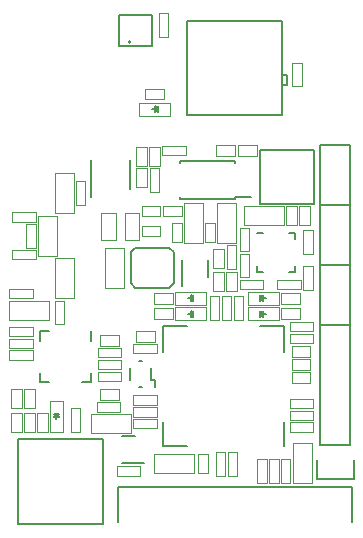
<source format=gto>
G04 #@! TF.FileFunction,Legend,Top*
%FSLAX46Y46*%
G04 Gerber Fmt 4.6, Leading zero omitted, Abs format (unit mm)*
G04 Created by KiCad (PCBNEW 4.0.2+dfsg1-stable) date Di 04 Apr 2017 02:29:59 CEST*
%MOMM*%
G01*
G04 APERTURE LIST*
%ADD10C,0.100000*%
%ADD11C,0.150000*%
%ADD12C,0.200000*%
G04 APERTURE END LIST*
D10*
D11*
X76327000Y-106680000D02*
X73850500Y-106680000D01*
X76327000Y-101600000D02*
X73850500Y-101600000D01*
X76327000Y-96520000D02*
X73850500Y-96520000D01*
D10*
X57300000Y-99450000D02*
X57300000Y-97150000D01*
X57300000Y-97150000D02*
X58500000Y-97150000D01*
X58500000Y-97150000D02*
X58500000Y-99450000D01*
X58500000Y-99450000D02*
X57300000Y-99450000D01*
D11*
X73830000Y-116830000D02*
X73830000Y-91430000D01*
X73830000Y-91430000D02*
X76370000Y-91430000D01*
X76370000Y-91430000D02*
X76370000Y-116830000D01*
X73550000Y-119650000D02*
X73550000Y-118100000D01*
X73830000Y-116830000D02*
X76370000Y-116830000D01*
X76650000Y-118100000D02*
X76650000Y-119650000D01*
X76650000Y-119650000D02*
X73550000Y-119650000D01*
D10*
X58600000Y-119400000D02*
X56600000Y-119400000D01*
X56600000Y-119400000D02*
X56600000Y-118600000D01*
X56600000Y-118600000D02*
X58600000Y-118600000D01*
X58600000Y-118600000D02*
X58600000Y-119400000D01*
D11*
X66625000Y-96025000D02*
X66625000Y-95825000D01*
X61975000Y-96025000D02*
X61975000Y-95825000D01*
X61975000Y-92775000D02*
X61975000Y-92975000D01*
X66625000Y-92775000D02*
X66625000Y-92975000D01*
X66625000Y-96025000D02*
X61975000Y-96025000D01*
X66625000Y-92775000D02*
X61975000Y-92775000D01*
X66625000Y-95825000D02*
X67975000Y-95825000D01*
D10*
X58000000Y-108250000D02*
X60000000Y-108250000D01*
X60000000Y-108250000D02*
X60000000Y-109050000D01*
X60000000Y-109050000D02*
X58000000Y-109050000D01*
X58000000Y-109050000D02*
X58000000Y-108250000D01*
D11*
X59800000Y-111300000D02*
X59800000Y-111900000D01*
X59500000Y-111300000D02*
X59800000Y-111300000D01*
X57700000Y-111300000D02*
X57700000Y-110300000D01*
X59500000Y-111300000D02*
X59500000Y-110300000D01*
X58500000Y-109700000D02*
X58700000Y-109700000D01*
X58700000Y-111900000D02*
X58500000Y-111900000D01*
D10*
X58000000Y-114600000D02*
X60000000Y-114600000D01*
X60000000Y-114600000D02*
X60000000Y-115400000D01*
X60000000Y-115400000D02*
X58000000Y-115400000D01*
X58000000Y-115400000D02*
X58000000Y-114600000D01*
X60170000Y-82250000D02*
X60170000Y-80250000D01*
X60170000Y-80250000D02*
X60970000Y-80250000D01*
X60970000Y-80250000D02*
X60970000Y-82250000D01*
X60970000Y-82250000D02*
X60170000Y-82250000D01*
D11*
X57740711Y-82675000D02*
G75*
G03X57740711Y-82675000I-70711J0D01*
G01*
D12*
X59570000Y-82900000D02*
X59570000Y-80400000D01*
X59570000Y-80400000D02*
X56770000Y-80400000D01*
X56770000Y-80400000D02*
X56770000Y-82900000D01*
X56770000Y-82900000D02*
X56770000Y-83000000D01*
X56770000Y-83000000D02*
X59570000Y-83000000D01*
X59570000Y-83000000D02*
X59570000Y-82900000D01*
D10*
X55200000Y-107500000D02*
X56800000Y-107500000D01*
X56800000Y-107500000D02*
X56800000Y-108400000D01*
X56800000Y-108400000D02*
X55200000Y-108400000D01*
X55200000Y-108400000D02*
X55200000Y-107500000D01*
X60250000Y-91550000D02*
X60250000Y-93150000D01*
X60250000Y-93150000D02*
X59350000Y-93150000D01*
X59350000Y-93150000D02*
X59350000Y-91550000D01*
X59350000Y-91550000D02*
X60250000Y-91550000D01*
X66750000Y-102150000D02*
X66750000Y-103750000D01*
X66750000Y-103750000D02*
X65850000Y-103750000D01*
X65850000Y-103750000D02*
X65850000Y-102150000D01*
X65850000Y-102150000D02*
X66750000Y-102150000D01*
X66700000Y-99900000D02*
X66700000Y-101900000D01*
X66700000Y-101900000D02*
X65900000Y-101900000D01*
X65900000Y-101900000D02*
X65900000Y-99900000D01*
X65900000Y-99900000D02*
X66700000Y-99900000D01*
D11*
X71725000Y-98875000D02*
X71725000Y-99375000D01*
X68475000Y-102125000D02*
X68475000Y-101625000D01*
X71725000Y-102125000D02*
X71725000Y-101625000D01*
X68475000Y-98875000D02*
X68975000Y-98875000D01*
X68475000Y-102125000D02*
X68975000Y-102125000D01*
X71725000Y-102125000D02*
X71225000Y-102125000D01*
X71725000Y-98875000D02*
X71225000Y-98875000D01*
D10*
X67350000Y-96600000D02*
X67350000Y-98200000D01*
X67350000Y-98200000D02*
X70750000Y-98200000D01*
X70750000Y-98200000D02*
X70750000Y-96600000D01*
X70750000Y-96600000D02*
X67350000Y-96600000D01*
D11*
X57750000Y-95125000D02*
X57750000Y-92675000D01*
X54450000Y-95850000D02*
X54450000Y-92675000D01*
D10*
X60200000Y-93350000D02*
X60200000Y-95350000D01*
X60200000Y-95350000D02*
X59400000Y-95350000D01*
X59400000Y-95350000D02*
X59400000Y-93350000D01*
X59400000Y-93350000D02*
X60200000Y-93350000D01*
X58250000Y-94950000D02*
X58250000Y-93350000D01*
X58250000Y-93350000D02*
X59150000Y-93350000D01*
X59150000Y-93350000D02*
X59150000Y-94950000D01*
X59150000Y-94950000D02*
X58250000Y-94950000D01*
X60300000Y-99150000D02*
X58700000Y-99150000D01*
X58700000Y-99150000D02*
X58700000Y-98250000D01*
X58700000Y-98250000D02*
X60300000Y-98250000D01*
X60300000Y-98250000D02*
X60300000Y-99150000D01*
D12*
X55300000Y-123500000D02*
X55400000Y-123500000D01*
X55400000Y-123500000D02*
X55400000Y-123400000D01*
X48200000Y-123400000D02*
X48200000Y-123500000D01*
X48200000Y-123500000D02*
X48300000Y-123500000D01*
X48200000Y-116400000D02*
X48200000Y-116300000D01*
X48200000Y-116300000D02*
X48300000Y-116300000D01*
X55400000Y-116400000D02*
X55400000Y-116300000D01*
X55400000Y-116300000D02*
X55300000Y-116300000D01*
X48300000Y-123500000D02*
X55300000Y-123500000D01*
X55400000Y-123400000D02*
X55400000Y-116400000D01*
X55300000Y-116300000D02*
X48300000Y-116300000D01*
X48200000Y-116400000D02*
X48200000Y-123400000D01*
D10*
X49500000Y-108600000D02*
X47500000Y-108600000D01*
X47500000Y-108600000D02*
X47500000Y-107800000D01*
X47500000Y-107800000D02*
X49500000Y-107800000D01*
X49500000Y-107800000D02*
X49500000Y-108600000D01*
X71250000Y-107400000D02*
X73250000Y-107400000D01*
X73250000Y-107400000D02*
X73250000Y-108200000D01*
X73250000Y-108200000D02*
X71250000Y-108200000D01*
X71250000Y-108200000D02*
X71250000Y-107400000D01*
X52700000Y-115700000D02*
X52700000Y-113700000D01*
X52700000Y-113700000D02*
X53500000Y-113700000D01*
X53500000Y-113700000D02*
X53500000Y-115700000D01*
X53500000Y-115700000D02*
X52700000Y-115700000D01*
X49650000Y-112100000D02*
X49650000Y-113700000D01*
X49650000Y-113700000D02*
X48750000Y-113700000D01*
X48750000Y-113700000D02*
X48750000Y-112100000D01*
X48750000Y-112100000D02*
X49650000Y-112100000D01*
X59750000Y-103950000D02*
X61350000Y-103950000D01*
X61350000Y-103950000D02*
X61350000Y-104850000D01*
X61350000Y-104850000D02*
X59750000Y-104850000D01*
X59750000Y-104850000D02*
X59750000Y-103950000D01*
X57000000Y-111400000D02*
X55000000Y-111400000D01*
X55000000Y-111400000D02*
X55000000Y-110600000D01*
X55000000Y-110600000D02*
X57000000Y-110600000D01*
X57000000Y-110600000D02*
X57000000Y-111400000D01*
X48550000Y-114100000D02*
X48550000Y-115700000D01*
X48550000Y-115700000D02*
X47650000Y-115700000D01*
X47650000Y-115700000D02*
X47650000Y-114100000D01*
X47650000Y-114100000D02*
X48550000Y-114100000D01*
X50750000Y-114100000D02*
X50750000Y-115700000D01*
X50750000Y-115700000D02*
X49850000Y-115700000D01*
X49850000Y-115700000D02*
X49850000Y-114100000D01*
X49850000Y-114100000D02*
X50750000Y-114100000D01*
X48550000Y-112100000D02*
X48550000Y-113700000D01*
X48550000Y-113700000D02*
X47650000Y-113700000D01*
X47650000Y-113700000D02*
X47650000Y-112100000D01*
X47650000Y-112100000D02*
X48550000Y-112100000D01*
D11*
X54400000Y-111500000D02*
X53625000Y-111500000D01*
X50100000Y-107200000D02*
X50875000Y-107200000D01*
X50100000Y-111500000D02*
X50875000Y-111500000D01*
X54400000Y-107200000D02*
X54400000Y-107975000D01*
X50100000Y-107200000D02*
X50100000Y-107975000D01*
X50100000Y-111500000D02*
X50100000Y-110725000D01*
X54400000Y-111500000D02*
X54400000Y-110725000D01*
X64300000Y-102625000D02*
X64300000Y-101175000D01*
X62100000Y-103350000D02*
X62100000Y-101175000D01*
D10*
X60450000Y-91500000D02*
X62450000Y-91500000D01*
X62450000Y-91500000D02*
X62450000Y-92300000D01*
X62450000Y-92300000D02*
X60450000Y-92300000D01*
X60450000Y-92300000D02*
X60450000Y-91500000D01*
X63900000Y-96300000D02*
X62300000Y-96300000D01*
X62300000Y-96300000D02*
X62300000Y-99700000D01*
X62300000Y-99700000D02*
X63900000Y-99700000D01*
X63900000Y-99700000D02*
X63900000Y-96300000D01*
X57200000Y-100100000D02*
X55600000Y-100100000D01*
X55600000Y-100100000D02*
X55600000Y-103500000D01*
X55600000Y-103500000D02*
X57200000Y-103500000D01*
X57200000Y-103500000D02*
X57200000Y-100100000D01*
X67000000Y-100400000D02*
X67000000Y-98400000D01*
X67000000Y-98400000D02*
X67800000Y-98400000D01*
X67800000Y-98400000D02*
X67800000Y-100400000D01*
X67800000Y-100400000D02*
X67000000Y-100400000D01*
X67800000Y-100600000D02*
X67800000Y-102600000D01*
X67800000Y-102600000D02*
X67000000Y-102600000D01*
X67000000Y-102600000D02*
X67000000Y-100600000D01*
X67000000Y-100600000D02*
X67800000Y-100600000D01*
X72400000Y-100600000D02*
X72400000Y-98600000D01*
X72400000Y-98600000D02*
X73200000Y-98600000D01*
X73200000Y-98600000D02*
X73200000Y-100600000D01*
X73200000Y-100600000D02*
X72400000Y-100600000D01*
X69000000Y-103600000D02*
X67000000Y-103600000D01*
X67000000Y-103600000D02*
X67000000Y-102800000D01*
X67000000Y-102800000D02*
X69000000Y-102800000D01*
X69000000Y-102800000D02*
X69000000Y-103600000D01*
X70200000Y-102800000D02*
X72200000Y-102800000D01*
X72200000Y-102800000D02*
X72200000Y-103600000D01*
X72200000Y-103600000D02*
X70200000Y-103600000D01*
X70200000Y-103600000D02*
X70200000Y-102800000D01*
X73200000Y-101650000D02*
X73200000Y-103650000D01*
X73200000Y-103650000D02*
X72400000Y-103650000D01*
X72400000Y-103650000D02*
X72400000Y-101650000D01*
X72400000Y-101650000D02*
X73200000Y-101650000D01*
X49500000Y-107600000D02*
X47500000Y-107600000D01*
X47500000Y-107600000D02*
X47500000Y-106800000D01*
X47500000Y-106800000D02*
X49500000Y-106800000D01*
X49500000Y-106800000D02*
X49500000Y-107600000D01*
X49500000Y-109600000D02*
X47500000Y-109600000D01*
X47500000Y-109600000D02*
X47500000Y-108800000D01*
X47500000Y-108800000D02*
X49500000Y-108800000D01*
X49500000Y-108800000D02*
X49500000Y-109600000D01*
X57000000Y-109400000D02*
X55000000Y-109400000D01*
X55000000Y-109400000D02*
X55000000Y-108600000D01*
X55000000Y-108600000D02*
X57000000Y-108600000D01*
X57000000Y-108600000D02*
X57000000Y-109400000D01*
X49500000Y-104400000D02*
X47500000Y-104400000D01*
X47500000Y-104400000D02*
X47500000Y-103600000D01*
X47500000Y-103600000D02*
X49500000Y-103600000D01*
X49500000Y-103600000D02*
X49500000Y-104400000D01*
X52150000Y-104600000D02*
X52150000Y-106600000D01*
X52150000Y-106600000D02*
X51350000Y-106600000D01*
X51350000Y-106600000D02*
X51350000Y-104600000D01*
X51350000Y-104600000D02*
X52150000Y-104600000D01*
X54900000Y-113200000D02*
X56900000Y-113200000D01*
X56900000Y-113200000D02*
X56900000Y-114000000D01*
X56900000Y-114000000D02*
X54900000Y-114000000D01*
X54900000Y-114000000D02*
X54900000Y-113200000D01*
X69300000Y-118000000D02*
X69300000Y-120000000D01*
X69300000Y-120000000D02*
X68500000Y-120000000D01*
X68500000Y-120000000D02*
X68500000Y-118000000D01*
X68500000Y-118000000D02*
X69300000Y-118000000D01*
X70300000Y-118000000D02*
X70300000Y-120000000D01*
X70300000Y-120000000D02*
X69500000Y-120000000D01*
X69500000Y-120000000D02*
X69500000Y-118000000D01*
X69500000Y-118000000D02*
X70300000Y-118000000D01*
X71300000Y-118000000D02*
X71300000Y-120000000D01*
X71300000Y-120000000D02*
X70500000Y-120000000D01*
X70500000Y-120000000D02*
X70500000Y-118000000D01*
X70500000Y-118000000D02*
X71300000Y-118000000D01*
X60000000Y-113400000D02*
X58000000Y-113400000D01*
X58000000Y-113400000D02*
X58000000Y-112600000D01*
X58000000Y-112600000D02*
X60000000Y-112600000D01*
X60000000Y-112600000D02*
X60000000Y-113400000D01*
X64500000Y-106200000D02*
X64500000Y-104200000D01*
X64500000Y-104200000D02*
X65300000Y-104200000D01*
X65300000Y-104200000D02*
X65300000Y-106200000D01*
X65300000Y-106200000D02*
X64500000Y-106200000D01*
X71250000Y-106400000D02*
X73250000Y-106400000D01*
X73250000Y-106400000D02*
X73250000Y-107200000D01*
X73250000Y-107200000D02*
X71250000Y-107200000D01*
X71250000Y-107200000D02*
X71250000Y-106400000D01*
X65800000Y-117400000D02*
X65800000Y-119400000D01*
X65800000Y-119400000D02*
X65000000Y-119400000D01*
X65000000Y-119400000D02*
X65000000Y-117400000D01*
X65000000Y-117400000D02*
X65800000Y-117400000D01*
X71250000Y-113900000D02*
X73250000Y-113900000D01*
X73250000Y-113900000D02*
X73250000Y-114700000D01*
X73250000Y-114700000D02*
X71250000Y-114700000D01*
X71250000Y-114700000D02*
X71250000Y-113900000D01*
X66500000Y-106200000D02*
X66500000Y-104200000D01*
X66500000Y-104200000D02*
X67300000Y-104200000D01*
X67300000Y-104200000D02*
X67300000Y-106200000D01*
X67300000Y-106200000D02*
X66500000Y-106200000D01*
X66800000Y-117400000D02*
X66800000Y-119400000D01*
X66800000Y-119400000D02*
X66000000Y-119400000D01*
X66000000Y-119400000D02*
X66000000Y-117400000D01*
X66000000Y-117400000D02*
X66800000Y-117400000D01*
X71250000Y-112900000D02*
X73250000Y-112900000D01*
X73250000Y-112900000D02*
X73250000Y-113700000D01*
X73250000Y-113700000D02*
X71250000Y-113700000D01*
X71250000Y-113700000D02*
X71250000Y-112900000D01*
X65500000Y-106200000D02*
X65500000Y-104200000D01*
X65500000Y-104200000D02*
X66300000Y-104200000D01*
X66300000Y-104200000D02*
X66300000Y-106200000D01*
X66300000Y-106200000D02*
X65500000Y-106200000D01*
X58000000Y-113600000D02*
X60000000Y-113600000D01*
X60000000Y-113600000D02*
X60000000Y-114400000D01*
X60000000Y-114400000D02*
X58000000Y-114400000D01*
X58000000Y-114400000D02*
X58000000Y-113600000D01*
X71250000Y-114900000D02*
X73250000Y-114900000D01*
X73250000Y-114900000D02*
X73250000Y-115700000D01*
X73250000Y-115700000D02*
X71250000Y-115700000D01*
X71250000Y-115700000D02*
X71250000Y-114900000D01*
X70300000Y-105150000D02*
X70300000Y-106250000D01*
X67700000Y-106250000D02*
X67700000Y-105150000D01*
X67700000Y-105150000D02*
X70300000Y-105150000D01*
X70300000Y-106250000D02*
X67700000Y-106250000D01*
D11*
X68800000Y-105700000D02*
X69250000Y-105700000D01*
X68750000Y-105450000D02*
X68750000Y-105950000D01*
X68750000Y-105700000D02*
X69000000Y-105450000D01*
X69000000Y-105450000D02*
X69000000Y-105950000D01*
X69000000Y-105950000D02*
X68750000Y-105700000D01*
D10*
X70300000Y-103850000D02*
X70300000Y-104950000D01*
X67700000Y-104950000D02*
X67700000Y-103850000D01*
X67700000Y-103850000D02*
X70300000Y-103850000D01*
X70300000Y-104950000D02*
X67700000Y-104950000D01*
D11*
X68800000Y-104400000D02*
X69250000Y-104400000D01*
X68750000Y-104150000D02*
X68750000Y-104650000D01*
X68750000Y-104400000D02*
X69000000Y-104150000D01*
X69000000Y-104150000D02*
X69000000Y-104650000D01*
X69000000Y-104650000D02*
X68750000Y-104400000D01*
D10*
X61549300Y-104950000D02*
X61549300Y-103850000D01*
X64149300Y-103850000D02*
X64149300Y-104950000D01*
X64149300Y-104950000D02*
X61549300Y-104950000D01*
X61549300Y-103850000D02*
X64149300Y-103850000D01*
D11*
X63049300Y-104400000D02*
X62599300Y-104400000D01*
X63099300Y-104650000D02*
X63099300Y-104150000D01*
X63099300Y-104400000D02*
X62849300Y-104650000D01*
X62849300Y-104650000D02*
X62849300Y-104150000D01*
X62849300Y-104150000D02*
X63099300Y-104400000D01*
D10*
X61549300Y-106250000D02*
X61549300Y-105150000D01*
X64149300Y-105150000D02*
X64149300Y-106250000D01*
X64149300Y-106250000D02*
X61549300Y-106250000D01*
X61549300Y-105150000D02*
X64149300Y-105150000D01*
D11*
X63049300Y-105700000D02*
X62599300Y-105700000D01*
X63099300Y-105950000D02*
X63099300Y-105450000D01*
X63099300Y-105700000D02*
X62849300Y-105950000D01*
X62849300Y-105950000D02*
X62849300Y-105450000D01*
X62849300Y-105450000D02*
X63099300Y-105700000D01*
D10*
X52050000Y-115700000D02*
X50950000Y-115700000D01*
X50950000Y-113100000D02*
X52050000Y-113100000D01*
X52050000Y-113100000D02*
X52050000Y-115700000D01*
X50950000Y-115700000D02*
X50950000Y-113100000D01*
D11*
X51500000Y-114200000D02*
X51500000Y-114650000D01*
X51750000Y-114150000D02*
X51250000Y-114150000D01*
X51500000Y-114150000D02*
X51750000Y-114400000D01*
X51750000Y-114400000D02*
X51250000Y-114400000D01*
X51250000Y-114400000D02*
X51500000Y-114150000D01*
D10*
X58250000Y-93150000D02*
X58250000Y-91550000D01*
X58250000Y-91550000D02*
X59150000Y-91550000D01*
X59150000Y-91550000D02*
X59150000Y-93150000D01*
X59150000Y-93150000D02*
X58250000Y-93150000D01*
X71850000Y-96600000D02*
X71850000Y-98200000D01*
X71850000Y-98200000D02*
X70950000Y-98200000D01*
X70950000Y-98200000D02*
X70950000Y-96600000D01*
X70950000Y-96600000D02*
X71850000Y-96600000D01*
X72050000Y-98200000D02*
X72050000Y-96600000D01*
X72050000Y-96600000D02*
X72950000Y-96600000D01*
X72950000Y-96600000D02*
X72950000Y-98200000D01*
X72950000Y-98200000D02*
X72050000Y-98200000D01*
X64950000Y-98000000D02*
X64950000Y-99600000D01*
X64950000Y-99600000D02*
X64050000Y-99600000D01*
X64050000Y-99600000D02*
X64050000Y-98000000D01*
X64050000Y-98000000D02*
X64950000Y-98000000D01*
X65650000Y-100250000D02*
X65650000Y-101850000D01*
X65650000Y-101850000D02*
X64750000Y-101850000D01*
X64750000Y-101850000D02*
X64750000Y-100250000D01*
X64750000Y-100250000D02*
X65650000Y-100250000D01*
X72100000Y-106150000D02*
X70500000Y-106150000D01*
X70500000Y-106150000D02*
X70500000Y-105250000D01*
X70500000Y-105250000D02*
X72100000Y-105250000D01*
X72100000Y-105250000D02*
X72100000Y-106150000D01*
X59750000Y-105250000D02*
X61350000Y-105250000D01*
X61350000Y-105250000D02*
X61350000Y-106150000D01*
X61350000Y-106150000D02*
X59750000Y-106150000D01*
X59750000Y-106150000D02*
X59750000Y-105250000D01*
X71400000Y-110650000D02*
X73000000Y-110650000D01*
X73000000Y-110650000D02*
X73000000Y-111550000D01*
X73000000Y-111550000D02*
X71400000Y-111550000D01*
X71400000Y-111550000D02*
X71400000Y-110650000D01*
X56500000Y-97150000D02*
X56500000Y-99450000D01*
X56500000Y-99450000D02*
X55300000Y-99450000D01*
X55300000Y-99450000D02*
X55300000Y-97150000D01*
X55300000Y-97150000D02*
X56500000Y-97150000D01*
X57000000Y-110400000D02*
X55000000Y-110400000D01*
X55000000Y-110400000D02*
X55000000Y-109600000D01*
X55000000Y-109600000D02*
X57000000Y-109600000D01*
X57000000Y-109600000D02*
X57000000Y-110400000D01*
X55200000Y-112100000D02*
X56800000Y-112100000D01*
X56800000Y-112100000D02*
X56800000Y-113000000D01*
X56800000Y-113000000D02*
X55200000Y-113000000D01*
X55200000Y-113000000D02*
X55200000Y-112100000D01*
X71500000Y-120000000D02*
X73100000Y-120000000D01*
X73100000Y-120000000D02*
X73100000Y-116600000D01*
X73100000Y-116600000D02*
X71500000Y-116600000D01*
X71500000Y-116600000D02*
X71500000Y-120000000D01*
X65100000Y-99700000D02*
X66700000Y-99700000D01*
X66700000Y-99700000D02*
X66700000Y-96300000D01*
X66700000Y-96300000D02*
X65100000Y-96300000D01*
X65100000Y-96300000D02*
X65100000Y-99700000D01*
X62100000Y-97450000D02*
X60500000Y-97450000D01*
X60500000Y-97450000D02*
X60500000Y-96550000D01*
X60500000Y-96550000D02*
X62100000Y-96550000D01*
X62100000Y-96550000D02*
X62100000Y-97450000D01*
X73000000Y-110450000D02*
X71400000Y-110450000D01*
X71400000Y-110450000D02*
X71400000Y-109550000D01*
X71400000Y-109550000D02*
X73000000Y-109550000D01*
X73000000Y-109550000D02*
X73000000Y-110450000D01*
D12*
X61430000Y-103110000D02*
X61040000Y-103500000D01*
X61430000Y-100490000D02*
X61040000Y-100100000D01*
X61430000Y-103110000D02*
X61430000Y-100490000D01*
X58160000Y-100100000D02*
X57770000Y-100490000D01*
X57770000Y-100490000D02*
X57770000Y-103110000D01*
X58160000Y-103500000D02*
X57770000Y-103110000D01*
X61040000Y-103500000D02*
X58160000Y-103500000D01*
X59600000Y-100100000D02*
X61040000Y-100100000D01*
X59600000Y-100100000D02*
X58160000Y-100100000D01*
D10*
X57800000Y-115800000D02*
X57800000Y-114200000D01*
X57800000Y-114200000D02*
X54400000Y-114200000D01*
X54400000Y-114200000D02*
X54400000Y-115800000D01*
X54400000Y-115800000D02*
X57800000Y-115800000D01*
X71400000Y-108450000D02*
X73000000Y-108450000D01*
X73000000Y-108450000D02*
X73000000Y-109350000D01*
X73000000Y-109350000D02*
X71400000Y-109350000D01*
X71400000Y-109350000D02*
X71400000Y-108450000D01*
X66850000Y-91450000D02*
X68450000Y-91450000D01*
X68450000Y-91450000D02*
X68450000Y-92350000D01*
X68450000Y-92350000D02*
X66850000Y-92350000D01*
X66850000Y-92350000D02*
X66850000Y-91450000D01*
X65037530Y-91450000D02*
X66637530Y-91450000D01*
X66637530Y-91450000D02*
X66637530Y-92350000D01*
X66637530Y-92350000D02*
X65037530Y-92350000D01*
X65037530Y-92350000D02*
X65037530Y-91450000D01*
D11*
X70750000Y-106700000D02*
X70750000Y-108900000D01*
X70750000Y-106700000D02*
X68750000Y-106700000D01*
X60550000Y-106700000D02*
X62550000Y-106700000D01*
X60550000Y-106700000D02*
X60550000Y-108900000D01*
X60550000Y-116900000D02*
X60550000Y-114900000D01*
X60550000Y-116900000D02*
X62550000Y-116900000D01*
X70750000Y-116900000D02*
X70750000Y-114900000D01*
D10*
X61250000Y-99600000D02*
X61250000Y-98000000D01*
X61250000Y-98000000D02*
X62150000Y-98000000D01*
X62150000Y-98000000D02*
X62150000Y-99600000D01*
X62150000Y-99600000D02*
X61250000Y-99600000D01*
X72100000Y-104850000D02*
X70500000Y-104850000D01*
X70500000Y-104850000D02*
X70500000Y-103950000D01*
X70500000Y-103950000D02*
X72100000Y-103950000D01*
X72100000Y-103950000D02*
X72100000Y-104850000D01*
X58200000Y-107150000D02*
X59800000Y-107150000D01*
X59800000Y-107150000D02*
X59800000Y-108050000D01*
X59800000Y-108050000D02*
X58200000Y-108050000D01*
X58200000Y-108050000D02*
X58200000Y-107150000D01*
X65650000Y-102150000D02*
X65650000Y-103750000D01*
X65650000Y-103750000D02*
X64750000Y-103750000D01*
X64750000Y-103750000D02*
X64750000Y-102150000D01*
X64750000Y-102150000D02*
X65650000Y-102150000D01*
X49650000Y-114100000D02*
X49650000Y-115700000D01*
X49650000Y-115700000D02*
X48750000Y-115700000D01*
X48750000Y-115700000D02*
X48750000Y-114100000D01*
X48750000Y-114100000D02*
X49650000Y-114100000D01*
X64350000Y-117600000D02*
X64350000Y-119200000D01*
X64350000Y-119200000D02*
X63450000Y-119200000D01*
X63450000Y-119200000D02*
X63450000Y-117600000D01*
X63450000Y-117600000D02*
X64350000Y-117600000D01*
D12*
X76491000Y-120372000D02*
X56679000Y-120372000D01*
X76491000Y-120372000D02*
X76491000Y-123293000D01*
X56679000Y-123293000D02*
X56679000Y-120372000D01*
D10*
X58519300Y-88950000D02*
X58519300Y-87850000D01*
X61119300Y-87850000D02*
X61119300Y-88950000D01*
X61119300Y-88950000D02*
X58519300Y-88950000D01*
X58519300Y-87850000D02*
X61119300Y-87850000D01*
D11*
X60019300Y-88400000D02*
X59569300Y-88400000D01*
X60069300Y-88650000D02*
X60069300Y-88150000D01*
X60069300Y-88400000D02*
X59819300Y-88650000D01*
X59819300Y-88650000D02*
X59819300Y-88150000D01*
X59819300Y-88150000D02*
X60069300Y-88400000D01*
D10*
X60620000Y-87550000D02*
X59020000Y-87550000D01*
X59020000Y-87550000D02*
X59020000Y-86650000D01*
X59020000Y-86650000D02*
X60620000Y-86650000D01*
X60620000Y-86650000D02*
X60620000Y-87550000D01*
X72270000Y-84450000D02*
X72270000Y-86450000D01*
X72270000Y-86450000D02*
X71470000Y-86450000D01*
X71470000Y-86450000D02*
X71470000Y-84450000D01*
X71470000Y-84450000D02*
X72270000Y-84450000D01*
D12*
X70985000Y-86300000D02*
X70585000Y-86300000D01*
X70985000Y-85500000D02*
X70985000Y-86300000D01*
X70585000Y-85500000D02*
X70985000Y-85500000D01*
X70585000Y-88900000D02*
X62585000Y-88900000D01*
X70585000Y-80900000D02*
X70585000Y-88900000D01*
X62585000Y-80900000D02*
X70585000Y-80900000D01*
X62585000Y-88900000D02*
X62585000Y-80900000D01*
D10*
X48950000Y-100100000D02*
X48950000Y-98100000D01*
X48950000Y-98100000D02*
X49750000Y-98100000D01*
X49750000Y-98100000D02*
X49750000Y-100100000D01*
X49750000Y-100100000D02*
X48950000Y-100100000D01*
X49750000Y-97900000D02*
X47750000Y-97900000D01*
X47750000Y-97900000D02*
X47750000Y-97100000D01*
X47750000Y-97100000D02*
X49750000Y-97100000D01*
X49750000Y-97100000D02*
X49750000Y-97900000D01*
X53150000Y-96500000D02*
X53150000Y-94500000D01*
X53150000Y-94500000D02*
X53950000Y-94500000D01*
X53950000Y-94500000D02*
X53950000Y-96500000D01*
X53950000Y-96500000D02*
X53150000Y-96500000D01*
X47500000Y-104600000D02*
X47500000Y-106200000D01*
X47500000Y-106200000D02*
X50900000Y-106200000D01*
X50900000Y-106200000D02*
X50900000Y-104600000D01*
X50900000Y-104600000D02*
X47500000Y-104600000D01*
X51350000Y-104400000D02*
X52950000Y-104400000D01*
X52950000Y-104400000D02*
X52950000Y-101000000D01*
X52950000Y-101000000D02*
X51350000Y-101000000D01*
X51350000Y-101000000D02*
X51350000Y-104400000D01*
X49950000Y-100800000D02*
X51550000Y-100800000D01*
X51550000Y-100800000D02*
X51550000Y-97400000D01*
X51550000Y-97400000D02*
X49950000Y-97400000D01*
X49950000Y-97400000D02*
X49950000Y-100800000D01*
X51350000Y-97200000D02*
X52950000Y-97200000D01*
X52950000Y-97200000D02*
X52950000Y-93800000D01*
X52950000Y-93800000D02*
X51350000Y-93800000D01*
X51350000Y-93800000D02*
X51350000Y-97200000D01*
X49750000Y-101100000D02*
X47750000Y-101100000D01*
X47750000Y-101100000D02*
X47750000Y-100300000D01*
X47750000Y-100300000D02*
X49750000Y-100300000D01*
X49750000Y-100300000D02*
X49750000Y-101100000D01*
X63150000Y-119200000D02*
X63150000Y-117600000D01*
X63150000Y-117600000D02*
X59750000Y-117600000D01*
X59750000Y-117600000D02*
X59750000Y-119200000D01*
X59750000Y-119200000D02*
X63150000Y-119200000D01*
D11*
X58175000Y-116075000D02*
X57025000Y-116075000D01*
X58950000Y-118325000D02*
X57025000Y-118325000D01*
D10*
X60300000Y-97450000D02*
X58700000Y-97450000D01*
X58700000Y-97450000D02*
X58700000Y-96550000D01*
X58700000Y-96550000D02*
X60300000Y-96550000D01*
X60300000Y-96550000D02*
X60300000Y-97450000D01*
D11*
X73300000Y-96400000D02*
X73300000Y-91800000D01*
X68700000Y-96400000D02*
X73300000Y-96400000D01*
X68700000Y-91800000D02*
X68700000Y-96400000D01*
X73300000Y-91800000D02*
X68700000Y-91800000D01*
M02*

</source>
